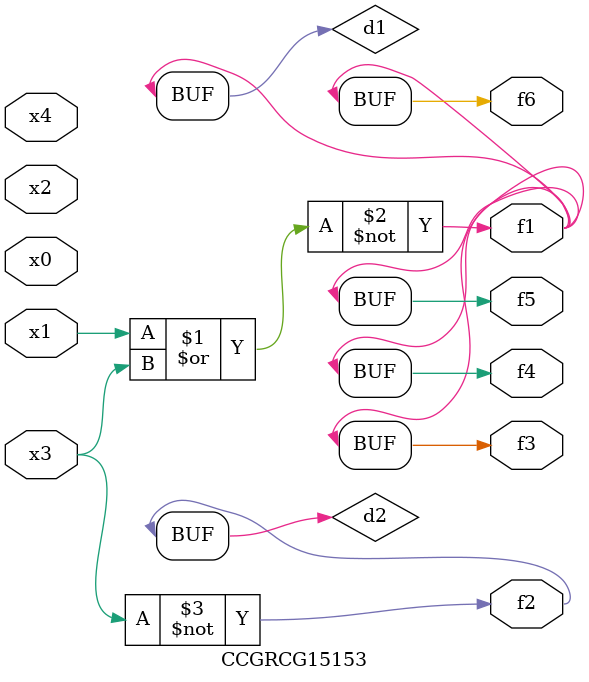
<source format=v>
module CCGRCG15153(
	input x0, x1, x2, x3, x4,
	output f1, f2, f3, f4, f5, f6
);

	wire d1, d2;

	nor (d1, x1, x3);
	not (d2, x3);
	assign f1 = d1;
	assign f2 = d2;
	assign f3 = d1;
	assign f4 = d1;
	assign f5 = d1;
	assign f6 = d1;
endmodule

</source>
